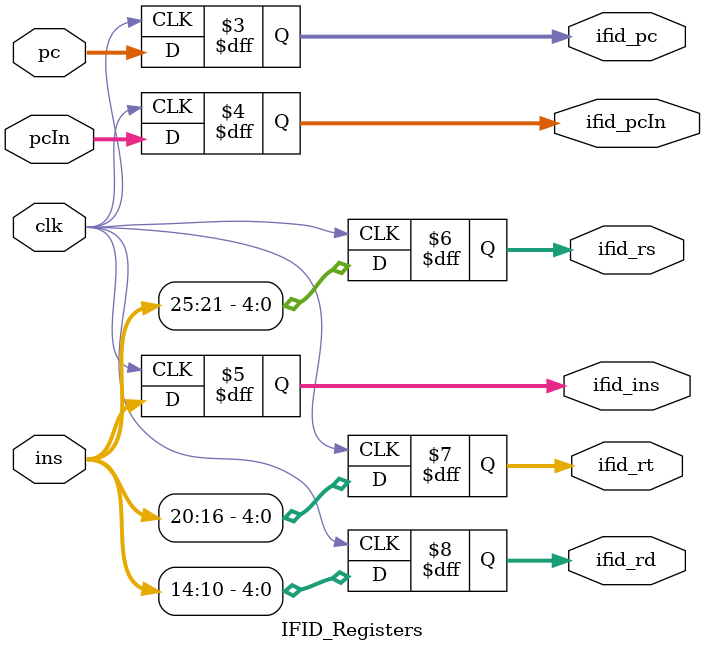
<source format=v>
`timescale 1ns / 1ps

module IFID_Registers(clk,pc,pcIn,ins,ifid_pc,ifid_pcIn,ifid_ins,ifid_rs,ifid_rt,ifid_rd);
input clk;
input [31:0]pc;
input [31:0]pcIn;
input [31:0]ins;
output reg[31:0]ifid_pc;
output reg[31:0]ifid_pcIn;
output reg[31:0]ifid_ins;
output reg[4:0]ifid_rs;
output reg[4:0]ifid_rt;
output reg[4:0]ifid_rd;
initial begin
ifid_pc<=0;
ifid_pcIn<=0;
ifid_ins<=0;
ifid_rs<=0;
ifid_rt<=0;
ifid_rd<=0;
end
always@(posedge clk)begin
ifid_pc<=pc;
ifid_pcIn<=pcIn;
ifid_ins<=ins;
ifid_rs<=ins[25:21];
ifid_rt<=ins[20:16];
ifid_rd<=ins[15:10];
end
endmodule

</source>
